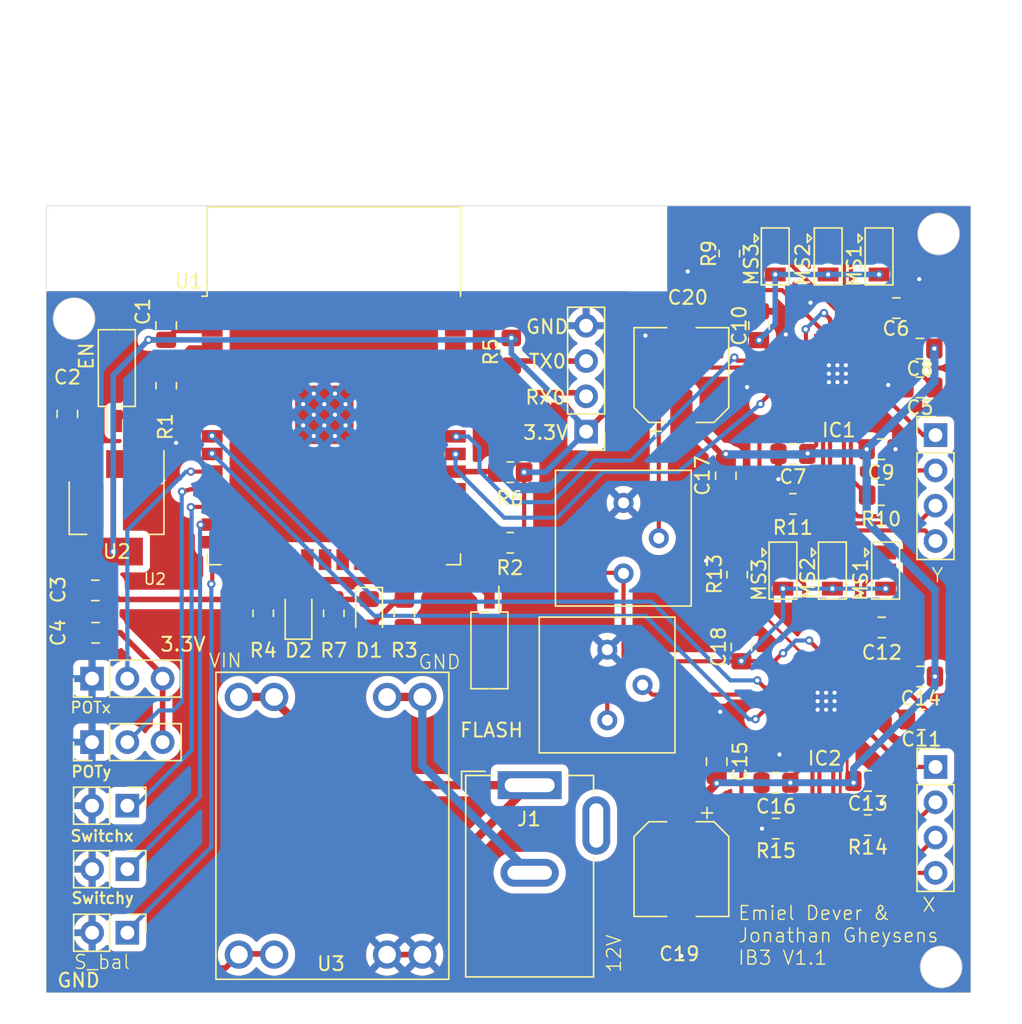
<source format=kicad_pcb>
(kicad_pcb (version 20221018) (generator pcbnew)
  (layers (0 "F.Cu" signal) (31 "B.Cu" signal) (34 "B.Paste" user) (35 "F.Paste" user) (36 "B.SilkS" user "B.Silkscreen") (37 "F.SilkS" user "F.Silkscreen") (38 "B.Mask" user) (39 "F.Mask" user) (44 "Edge.Cuts" user))
  (net 0 "")
  (net 1 "+3.3V")
  (net 2 "GND")
  (net 3 "VDD")
  (net 4 "Net-(D1-K)")
  (net 5 "GPIO2")
  (net 6 "Net-(D2-A)")
  (net 7 "RX0")
  (net 8 "TX0")
  (net 9 "Net-(IC2-CP2)")
  (net 10 "GPIO0")
  (net 11 "GPIO5")
  (net 12 "Net-(IC2-CP1)")
  (net 13 "Net-(IC2-VREG)")
  (net 14 "Net-(IC2-VCP)")
  (net 15 "MS1_1")
  (net 16 "A4")
  (net 17 "A5")
  (net 18 "A8")
  (net 19 "A9")
  (net 20 "GPIO27")
  (net 21 "GPIO14")
  (net 22 "GPIO12")
  (net 23 "GPIO13")
  (net 30 "GPIO15")
  (net 31 "GPIO4")
  (net 32 "RX2")
  (net 33 "TX2")
  (net 34 "GPIO18")
  (net 35 "GPIO19")
  (net 37 "GPIO21")
  (net 38 "GPIO22")
  (net 39 "GPIO23")
  (net 40 "Net-(IC1-OUT2B)")
  (net 41 "Net-(IC1-CP1)")
  (net 42 "Net-(IC1-CP2)")
  (net 43 "Net-(IC1-VCP)")
  (net 45 "Net-(IC1-VREG)")
  (net 46 "MS2_1")
  (net 47 "MS3_1")
  (net 48 "Net-(IC2-OUT2B)")
  (net 49 "Net-(IC1-ROSC)")
  (net 50 "Net-(IC1-REF)")
  (net 52 "Net-(IC1-OUT1B)")
  (net 53 "Vmot")
  (net 54 "Net-(IC1-SENSE1)")
  (net 55 "Net-(IC1-OUT1A)")
  (net 57 "Net-(IC1-OUT2A)")
  (net 58 "Net-(IC1-SENSE2)")
  (net 60 "Net-(IC2-ROSC)")
  (net 62 "Net-(IC2-OUT1B)")
  (net 63 "Net-(IC2-SENSE1)")
  (net 64 "Net-(IC2-OUT1A)")
  (net 66 "Net-(IC2-OUT2A)")
  (net 67 "Net-(IC2-SENSE2)")
  (net 68 "Net-(J1-Pad2)")
  (net 69 "Net-(IC2-REF)")
  (net 70 "/ESP32/EN")
  (net 75 "MS1_2")
  (net 76 "MS2_2")
  (net 77 "MS3_2")
  (footprint "Resistor_SMD:R_0805_2012Metric_Pad1.20x1.40mm_HandSolder" (layer "F.Cu") (at 163.521 90.805)
    (fp_text reference "R14")
    (fp_text value "50m")
  )
  (footprint "Resistor_SMD:R_0805_2012Metric_Pad1.20x1.40mm_HandSolder" (layer "F.Cu") (at 156.917 91.059 180)
    (fp_text reference "R15")
    (fp_text value "50m")
  )
  (footprint "Capacitor_SMD:C_0805_2012Metric_Pad1.18x1.45mm_HandSolder" (layer "F.Cu") (at 154.432 77.978 90)
    (fp_text reference "C18")
    (fp_text value "0.22uF")
  )
  (footprint "RF_Module:ESP32-WROOM-32" (layer "F.Cu") (at 125.095 62.185)
    (fp_text reference "U1")
    (fp_text value "ESP32-WROOM-32")
  )
  (footprint "Jumper:SolderJumper-3_P1.3mm_Open_Pad1.0x1.5mm" (layer "F.Cu") (at 160.6769 49.8761 -90)
    (fp_text reference "JP2" hide)
    (fp_text value "MS2")
  )
  (footprint "Capacitor_SMD:C_0805_2012Metric_Pad1.18x1.45mm_HandSolder" (layer "F.Cu") (at 105.918 61.214 90)
    (fp_text reference "C2")
    (fp_text value "10uF")
  )
  (footprint "Capacitor_SMD:C_0805_2012Metric_Pad1.18x1.45mm_HandSolder" (layer "F.Cu") (at 167.326 80.113 180)
    (fp_text reference "C14")
    (fp_text value "0.1 uF")
  )
  (footprint "Connector_PinHeader_2.54mm:PinHeader_1x03_P2.54mm_Vertical" (layer "F.Cu") (at 107.696 80.264 90)
    (fp_text reference "J8" hide)
    (fp_text value "POTx")
  )
  (footprint "Jumper:SolderJumper-3_P1.3mm_Open_Pad1.0x1.5mm" (layer "F.Cu") (at 164.811 72.487 -90)
    (fp_text reference "JP6" hide)
    (fp_text value "MS1")
  )
  (footprint "Package_TO_SOT_SMD:SOT-223-3_TabPin2" (layer "F.Cu") (at 109.46 67.97 -90)
    (fp_text reference "U2")
    (fp_text value "AMS1117-3.3")
  )
  (footprint "Library:U1584" (layer "F.Cu") (at 124.8664 101.9048 180)
    (fp_text reference "U3")
    (fp_text value "MP1584")
  )
  (footprint "Connector_PinHeader_2.54mm:PinHeader_1x04_P2.54mm_Vertical" (layer "F.Cu") (at 168.402 62.738)
    (fp_text reference "J4" hide)
    (fp_text value "Conn_01x04_Pin")
  )
  (footprint "Button_Switch_SMD:SW_DIP_SPSTx01_Slide_Copal_CHS-01B_W7.62mm_P1.27mm" (layer "F.Cu") (at 136.2964 78.232 -90)
    (fp_text reference "SW2" hide)
    (fp_text value "FLASH")
  )
  (footprint "Capacitor_SMD:C_0805_2012Metric_Pad1.18x1.45mm_HandSolder" (layer "F.Cu") (at 164.4869 63.754)
    (fp_text reference "C9")
    (fp_text value "100nF")
  )
  (footprint "Resistor_SMD:R_0805_2012Metric_Pad1.20x1.40mm_HandSolder" (layer "F.Cu") (at 113.03 59.182 90)
    (fp_text reference "R1")
    (fp_text value "10K")
  )
  (footprint "Jumper:SolderJumper-3_P1.3mm_Open_Pad1.0x1.5mm" (layer "F.Cu") (at 160.981 72.487 -90)
    (fp_text reference "JP5" hide)
    (fp_text value "MS2")
  )
  (footprint "Connector_PinHeader_2.54mm:PinHeader_1x04_P2.54mm_Vertical" (layer "F.Cu") (at 143.256 62.484 180)
    (fp_text reference "J2" hide)
    (fp_text value "Conn_01x04_Pin")
  )
  (footprint "Potentiometer_THT:Potentiometer_Bourns_3386P_Vertical" (layer "F.Cu") (at 144.78 83.2612)
    (fp_text reference "RV2" hide)
    (fp_text value "R_Potentiometer")
  )
  (footprint "Jumper:SolderJumper-3_P1.3mm_Open_Pad1.0x1.5mm" (layer "F.Cu") (at 156.8669 49.8761 -90)
    (fp_text reference "JP1" hide)
    (fp_text value "MS3")
  )
  (footprint "Jumper:SolderJumper-3_P1.3mm_Open_Pad1.0x1.5mm" (layer "F.Cu") (at 157.425 72.487 -90)
    (fp_text reference "JP4" hide)
    (fp_text value "MS3")
  )
  (footprint "Potentiometer_THT:Potentiometer_Bourns_3386P_Vertical" (layer "F.Cu") (at 145.9484 72.6948)
    (fp_text reference "RV1" hide)
    (fp_text value "R_Potentiometer")
  )
  (footprint "Resistor_SMD:R_0805_2012Metric_Pad1.20x1.40mm_HandSolder" (layer "F.Cu") (at 158.1369 67.6861 180)
    (fp_text reference "R11")
    (fp_text value "50m")
  )
  (footprint "Button_Switch_SMD:SW_DIP_SPSTx01_Slide_Copal_CHS-01B_W7.62mm_P1.27mm" (layer "F.Cu") (at 109.474 57.912 90)
    (fp_text reference "SW1" hide)
    (fp_text value "EN")
  )
  (footprint "Resistor_SMD:R_0805_2012Metric_Pad1.20x1.40mm_HandSolder" (layer "F.Cu") (at 137.795 70.485 180)
    (fp_text reference "R2")
    (fp_text value "10K")
  )
  (footprint "Resistor_SMD:R_0805_2012Metric_Pad1.20x1.40mm_HandSolder" (layer "F.Cu") (at 137.8712 56.7436 -90)
    (fp_text reference "R5")
    (fp_text value "10K")
  )
  (footprint "Resistor_SMD:R_0805_2012Metric_Pad1.20x1.40mm_HandSolder" (layer "F.Cu") (at 164.4869 67.056)
    (fp_text reference "R10")
    (fp_text value "50m")
  )
  (footprint "Connector_PinHeader_2.54mm:PinHeader_1x02_P2.54mm_Vertical" (layer "F.Cu") (at 110.236 89.408 -90)
    (fp_text reference "J7" hide)
    (fp_text value "Switchx")
  )
  (footprint "Capacitor_SMD:C_0805_2012Metric_Pad1.18x1.45mm_HandSolder" (layer "F.Cu") (at 155.702 54.864 90)
    (fp_text reference "C10")
    (fp_text value "0.22uF")
  )
  (footprint "Resistor_SMD:R_0805_2012Metric_Pad1.20x1.40mm_HandSolder" (layer "F.Cu") (at 130.175 75.565 90)
    (fp_text reference "R3")
    (fp_text value "10K")
  )
  (footprint "Resistor_SMD:R_0805_2012Metric_Pad1.20x1.40mm_HandSolder" (layer "F.Cu") (at 137.795 65.405 180)
    (fp_text reference "R6")
    (fp_text value "10K")
  )
  (footprint "Connector_PinHeader_2.54mm:PinHeader_1x02_P2.54mm_Vertical" (layer "F.Cu") (at 110.241 93.98 -90)
    (fp_text reference "J3" hide)
    (fp_text value "Switchy")
  )
  (footprint "Connector_PinHeader_2.54mm:PinHeader_1x04_P2.54mm_Vertical" (layer "F.Cu") (at 168.402 86.624)
    (fp_text reference "J6" hide)
    (fp_text value "Conn_01x04_Pin")
  )
  (footprint "Jumper:SolderJumper-3_P1.3mm_Open_Pad1.0x1.5mm" (layer "F.Cu") (at 164.338 49.8761 -90)
    (fp_text reference "JP3" hide)
    (fp_text value "MS1")
  )
  (footprint "Capacitor_SMD:CP_Elec_6.3x5.9" (layer "F.Cu") (at 150.114 93.974 -90)
    (fp_text reference "C19")
    (fp_text value "47uF")
  )
  (footprint "Capacitor_SMD:C_0805_2012Metric_Pad1.18x1.45mm_HandSolder" (layer "F.Cu") (at 167.386 83.2104 180)
    (fp_text reference "C11")
    (fp_text value "0.1u")
  )
  (footprint "Capacitor_SMD:C_0805_2012Metric_Pad1.18x1.45mm_HandSolder" (layer "F.Cu") (at 164.537 76.581)
    (fp_text reference "C12")
    (fp_text value "0.22uF")
  )
  (footprint "Capacitor_SMD:C_0805_2012Metric_Pad1.18x1.45mm_HandSolder" (layer "F.Cu") (at 156.917 87.757 180)
    (fp_text reference "C16")
    (fp_text value "100nF")
  )
  (footprint "Resistor_SMD:R_0805_2012Metric_Pad1.20x1.40mm_HandSolder" (layer "F.Cu") (at 125.095 75.565 -90)
    (fp_text reference "R7")
    (fp_text value "1K")
  )
  (footprint "Capacitor_SMD:C_0805_2012Metric_Pad1.18x1.45mm_HandSolder" (layer "F.Cu") (at 113.03 54.8425 90)
    (fp_text reference "C1")
    (fp_text value "100uF/6.3V")
  )
  (footprint "Resistor_SMD:R_0805_2012Metric_Pad1.20x1.40mm_HandSolder" (layer "F.Cu") (at 120.015 75.565 -90)
    (fp_text reference "R4")
    (fp_text value "1K")
  )
  (footprint "A4988:QFN50P500X500X100-29N" (layer "F.Cu") (at 161.3119 58.3766 180)
    (fp_text reference "IC1")
    (fp_text value "A4988SETTR-T")
  )
  (footprint "Capacitor_SMD:C_0805_2012Metric_Pad1.18x1.45mm_HandSolder" (layer "F.Cu") (at 153.3109 65.6541 90)
    (fp_text reference "C17")
    (fp_text value "4.7uF")
  )
  (footprint "Connector_PinHeader_2.54mm:PinHeader_1x02_P2.54mm_Vertical" (layer "F.Cu") (at 110.241 98.552 -90)
    (fp_text reference "J9" hide)
    (fp_text value "Switch_einde" hide)
  )
  (footprint "A4988:QFN50P500X500X100-29N" (layer "F.Cu") (at 160.546 81.915 180)
    (fp_text reference "IC2")
    (fp_text value "A4988SETTR-T")
  )
  (footprint "Connector_PinHeader_2.54mm:PinHeader_1x03_P2.54mm_Vertical" (layer "F.Cu") (at 107.696 84.836 90)
    (fp_text reference "J5" hide)
    (fp_text value "POTy")
  )
  (footprint "Resistor_SMD:R_0805_2012Metric_Pad1.20x1.40mm_HandSolder" (layer "F.Cu") (at 154.123 72.787 -90)
    (fp_text reference "R13")
    (fp_text value "25K")
  )
  (footprint "Capacitor_SMD:C_0805_2012Metric_Pad1.18x1.45mm_HandSolder" (layer "F.Cu") (at 167.2809 56.5101 180)
    (fp_text reference "C8")
    (fp_text value "0.1 uF")
  )
  (footprint "Capacitor_SMD:C_0805_2012Metric_Pad1.18x1.45mm_HandSolder" (layer "F.Cu") (at 165.5865 53.594)
    (fp_text reference "C6")
    (fp_text value "0.22uF")
  )
  (footprint "Capacitor_SMD:C_0805_2012Metric_Pad1.18x1.45mm_HandSolder" (layer "F.Cu") (at 158.1369 64.0916)
    (fp_text reference "C7")
    (fp_text value "100nF")
  )
  (footprint "LED_SMD:LED_0805_2012Metric_Pad1.15x1.40mm_HandSolder" (layer "F.Cu") (at 122.555 75.565 90)
    (fp_text reference "D2")
    (fp_text value "PWR")
  )
  (footprint "Capacitor_SMD:CP_Elec_6.3x5.9" (layer "F.Cu") (at 150.114 58.414 90)
    (fp_text reference "C20")
    (fp_text value "47uF")
  )
  (footprint "Capacitor_SMD:C_0805_2012Metric_Pad1.18x1.45mm_HandSolder" (layer "F.Cu") (at 167.2809 59.3041 180)
    (fp_text reference "C5")
    (fp_text value "0.1u")
  )
  (footprint "Capacitor_SMD:C_0805_2012Metric_Pad1.18x1.45mm_HandSolder" (layer "F.Cu") (at 152.654 86.233 -90)
    (fp_text reference "C15")
    (fp_text value "4.7uF")
  )
  (footprint "Connector_BarrelJack:BarrelJack_GCT_DCJ200-10-A_Horizontal" (layer "F.Cu") (at 139.192 87.934)
    (fp_text reference "J1")
    (fp_text value "Barrel_Jack")
  )
  (footprint "Capacitor_SMD:C_0805_2012Metric_Pad1.18x1.45mm_HandSolder" (layer "F.Cu") (at 107.95 76.962 180)
    (fp_text reference "C4")
    (fp_text value "10uF")
  )
  (footprint "Capacitor_SMD:C_0805_2012Metric_Pad1.18x1.45mm_HandSolder" (layer "F.Cu") (at 163.531 87.63 180)
    (fp_text reference "C13")
    (fp_text value "100nF")
  )
  (footprint "LED_SMD:LED_0805_2012Metric_Pad1.15x1.40mm_HandSolder" (layer "F.Cu") (at 127.635 75.565 -90)
    (fp_text reference "D1")
    (fp_text value "BLUE")
  )
  (footprint "Resistor_SMD:R_0805_2012Metric_Pad1.20x1.40mm_HandSolder" (layer "F.Cu") (at 153.5649 49.6681 -90)
    (fp_text reference "R9")
    (fp_text value "25K")
  )
  (footprint "Capacitor_SMD:C_0805_2012Metric_Pad1.18x1.45mm_HandSolder" (layer "F.Cu") (at 107.9285 73.914)
    (fp_text reference "C3")
    (fp_text value "100nF")
  )
  (gr_circle (center 168.6292 48.26) (end 170.1292 48.26) (stroke (width 0.05)) (fill none) (layer "Edge.Cuts"))
  (gr_rect (start 104.394 46.228) (end 170.942 102.87) (stroke (width 0.05)) (fill none) (layer "Edge.Cuts"))
  (gr_circle (center 168.8084 101.0172) (end 170.3084 101.0172) (stroke (width 0.05)) (fill none) (layer "Edge.Cuts"))
  (gr_circle (center 106.3992 54.356) (end 107.8992 54.356) (stroke (width 0.05)) (fill none) (layer "Edge.Cuts"))
  (gr_text "X" (at 167.386 97.1296) (layer "F.SilkS") (effects (font (size 1 1) (thickness 0.1)) (justify left bottom)))
  (gr_text "Emiel Dever &\nJonathan Gheysens\nIB3 V1.1" (at 154.1272 100.9396) (layer "F.SilkS") (effects (font (size 1 1) (thickness 0.1)) (justify left bottom)))
  (gr_text "TX0" (at 139.0396 58.0136) (layer "F.SilkS") (effects (font (size 1 1)) (justify left bottom)))
  (gr_text "S_bal" (at 106.3244 101.2444) (layer "F.SilkS") (effects (font (size 1 1) (thickness 0.1)) (justify left bottom)))
  (gr_text "GND" (at 105.1052 102.5652) (layer "F.SilkS") (effects (font (size 1 1)) (justify left bottom)))
  (gr_text "GND" (at 138.8364 55.5244) (layer "F.SilkS") (effects (font (size 1 1)) (justify left bottom)))
  (gr_text "RX0" (at 138.7856 60.6044) (layer "F.SilkS") (effects (font (size 1 1)) (justify left bottom)))
  (gr_text "GND" (at 131.1148 79.6544) (layer "F.SilkS") (effects (font (size 1 1) (thickness 0.1)) (justify left bottom)))
  (gr_text "3.3V" (at 138.6332 63.1444) (layer "F.SilkS") (effects (font (size 1 1)) (justify left bottom)))
  (gr_text "Y" (at 168.0464 73.406) (layer "F.SilkS") (effects (font (size 1 1) (thickness 0.1)) (justify left bottom)))
  (gr_text "12V" (at 145.8468 101.4984 90) (layer "F.SilkS") (effects (font (size 1 1) (thickness 0.1)) (justify left bottom)))
  (gr_text "VIN\n" (at 116.0272 79.5528) (layer "F.SilkS") (effects (font (size 1 1) (thickness 0.1)) (justify left bottom)))
  (gr_text "3.3V" (at 112.522 78.3844) (layer "F.SilkS") (effects (font (size 1 1)) (justify left bottom)))
  (segment (start 109.46 64.57) (end 113.03 61) (width 0.4) (layer "F.Cu") (net 1))
  (segment (start 108.966 73.914) (end 108.966 76.9405) (width 0.4) (layer "F.Cu") (net 1))
  (segment (start 112.776 80.264) (end 112.776 81.28) (width 0.4) (layer "F.Cu") (net 1))
  (segment (start 159.3088 77.5208) (end 160.046 78.258) (width 0.3) (layer "F.Cu") (net 1))
  (segment (start 160.8119 54.3859) (end 160.3756 53.9496) (width 0.3) (layer "F.Cu") (net 1))
  (segment (start 140.954 72.644) (end 138.795 70.485) (width 0.3) (layer "F.Cu") (net 1))
  (segment (start 156.7965 79.0155) (end 157.3768 78.4352) (width 0.3) (layer "F.Cu") (net 1))
  (segment (start 145.923 53.975) (end 147.066 52.832) (width 0.4) (layer "F.Cu") (net 1))
  (segment (start 111.76 55.88) (end 113.03 55.88) (width 0.4) (layer "F.Cu") (net 1))
  (segment (start 113.705 55.205) (end 116.345 55.205) (width 0.4) (layer "F.Cu") (net 1))
  (segment (start 159.0773 55.1405) (end 159.0548 55.118) (width 0.3) (layer "F.Cu") (net 1))
  (segment (start 159.8119 56.0266) (end 159.258 56.0266) (width 0.3) (layer "F.Cu") (net 1))
  (segment (start 145.9484 72.6948) (end 145.8976 72.644) (width 0.3) (layer "F.Cu") (net 1))
  (segment (start 113.03 61) (end 113.03 60.182) (width 0.4) (layer "F.Cu") (net 1))
  (segment (start 112.776 80.01) (end 109.728 76.962) (width 0.4) (layer "F.Cu") (net 1))
  (segment (start 112.776 81.28) (end 112.776 84.836) (width 0.4) (layer "F.Cu") (net 1))
  (segment (start 159.258 56.0266) (end 159.0773 56.2073) (width 0.3) (layer "F.Cu") (net 1))
  (segment (start 160.8119 56.0266) (end 160.8119 54.3859) (width 0.3) (layer "F.Cu") (net 1))
  (segment (start 108.966 76.9405) (end 108.9875 76.962) (width 0.4) (layer "F.Cu") (net 1))
  (segment (start 156.7965 79.0155) (end 158.196 80.415) (width 0.3) (layer "F.Cu") (net 1))
  (segment (start 160.046 78.258) (end 160.046 79.565) (width 0.3) (layer "F.Cu") (net 1))
  (segment (start 158.9619 56.8766) (end 156.6771 56.8766) (width 0.3) (layer "F.Cu") (net 1))
  (segment (start 143.256 62.484) (end 145.923 59.817) (width 0.4) (layer "F.Cu") (net 1))
  (segment (start 159.0773 56.2073) (end 159.0773 55.1405) (width 0.3) (layer "F.Cu") (net 1))
  (segment (start 145.923 59.817) (end 145.923 53.975) (width 0.4) (layer "F.Cu") (net 1))
  (segment (start 159.046 79.565) (end 157.361 79.565) (width 0.3) (layer "F.Cu") (net 1))
  (segment (start 109.46 71.12) (end 108.966 71.614) (width 0.4) (layer "F.Cu") (net 1))
  (segment (start 108.966 71.614) (end 108.966 73.914) (width 0.4) (layer "F.Cu") (net 1))
  (segment (start 109.46 64.82) (end 109.46 64.57) (width 0.4) (layer "F.Cu") (net 1))
  (segment (start 144.78 80.1839) (end 145.9484 79.0155) (width 0.3) (layer "F.Cu") (net 1))
  (segment (start 152.4 52.832) (end 155.4695 55.9015) (width 0.4) (layer "F.Cu") (net 1))
  (segment (start 144.78 83.2612) (end 144.78 80.1839) (width 0.3) (layer "F.Cu") (net 1))
  (segment (start 138.795 70.485) (end 138.795 65.405) (width 0.3) (layer "F.Cu") (net 1))
  (segment (start 109.22 71.12) (end 109.46 71.12) (width 0.4) (layer "F.Cu") (net 1))
  (segment (start 112.776 81.28) (end 112.776 80.01) (width 0.4) (layer "F.Cu") (net 1))
  (segment (start 159.0773 56.2073) (end 158.9619 56.3227) (width 0.3) (layer "F.Cu") (net 1))
  (segment (start 154.432 79.0155) (end 154.432 78.994) (width 0.2) (layer "F.Cu") (net 1))
  (segment (start 154.432 78.994) (end 156.7965 79.0155) (width 0.3) (layer "F.Cu") (net 1))
  (segment (start 147.066 52.832) (end 152.4 52.832) (width 0.4) (layer "F.Cu") (net 1))
  (segment (start 145.9484 79.0155) (end 145.9484 72.6948) (width 0.3) (layer "F.Cu") (net 1))
  (segment (start 156.6771 56.8766) (end 155.702 55.9015) (width 0.3) (layer "F.Cu") (net 1))
  (segment (start 157.3768 78.4352) (end 157.4292 78.4352) (width 0.3) (layer "F.Cu") (net 1))
  (segment (start 109.617 74.565) (end 120.015 74.565) (width 0.4) (layer "F.Cu") (net 1))
  (segment (start 154.432 79.0155) (end 145.9484 79.0155) (width 0.3) (layer "F.Cu") (net 1))
  (segment (start 113.03 55.88) (end 113.705 55.205) (width 0.4) (layer "F.Cu") (net 1))
  (segment (start 155.4695 55.9015) (end 155.702 55.9015) (width 0.4) (layer "F.Cu") (net 1))
  (segment (start 145.8976 72.644) (end 140.954 72.644) (width 0.3) (layer "F.Cu") (net 1))
  (segment (start 109.728 76.962) (end 108.9875 76.962) (width 0.4) (layer "F.Cu") (net 1))
  (segment (start 158.9619 56.3227) (end 158.9619 56.8766) (width 0.3) (layer "F.Cu") (net 1))
  (segment (start 109.22 65.06) (end 109.22 71.12) (width 0.4) (layer "F.Cu") (net 1))
  (segment (start 108.966 73.914) (end 109.617 74.565) (width 0.4) (layer "F.Cu") (net 1))
  (segment (start 157.4292 78.4352) (end 157.3784 78.4352) (width 0.3) (layer "F.Cu") (net 1))
  (via (at 159.3088 77.5208) (size 0.6) (drill 0.3) (layers "F.Cu" "B.Cu") (net 1))
  (via (at 159.0548 55.118) (size 0.6) (drill 0.3) (layers "F.Cu" "B.Cu") (net 1))
  (via (at 155.702 55.9015) (size 0.6) (drill 0.3) (layers "F.Cu" "B.Cu") (net 1))
  (via (at 160.981 73.787) (size 0.6) (drill 0.3) (layers "F.Cu" "B.Cu") (net 1))
  (via (at 138.795 65.405) (size 0.6) (drill 0.3) (layers "F.Cu" "B.Cu") (net 1))
  (via (at 160.3756 53.9496) (size 0.6) (drill 0.3) (layers "F.Cu" "B.Cu") (net 1))
  (via (at 157.425 73.787) (size 0.6) (drill 0.3) (layers "F.Cu" "B.Cu") (net 1))
  (via (at 156.8669 51.1761) (size 0.6) (drill 0.3) (layers "F.Cu" "B.Cu") (net 1))
  (via (at 154.432 78.994) (size 0.6) (drill 0.3) (layers "F.Cu" "B.Cu") (net 1))
  (via (at 164.811 73.787002) (size 0.6) (drill 0.3) (layers "F.Cu" "B.Cu") (net 1))
  (via (at 137.8712 55.7436) (size 0.6) (drill 0.3) (layers "F.Cu" "B.Cu") (net 1))
  (via (at 157.4292 78.4352) (size 0.6) (drill 0.3) (layers "F.Cu" "B.Cu") (net 1))
  (via (at 109.22 71.12) (size 0.6) (drill 0.3) (layers "F.Cu" "B.Cu") (net 1))
  (via (at 164.337998 51.1761) (size 0.6) (drill 0.3) (layers "F.Cu" "B.Cu") (net 1))
  (via (at 111.76 55.88) (size 0.6) (drill 0.3) (layers "F.Cu" "B.Cu") (net 1))
  (via (at 160.6769 51.1761) (size 0.6) (drill 0.3) (layers "F.Cu" "B.Cu") (net 1))
  (segment (start 160.2232 53.9496) (end 159.0548 55.118) (width 0.3) (layer "B.Cu") (net 1))
  (segment (start 157.425 76.001) (end 157.425 73.787) (width 0.3) (layer "B.Cu") (net 1))
  (segment (start 160.6769 51.1761) (end 164.338 51.1761) (width 0.4) (layer "B.Cu") (net 1))
  (segment (start 154.432 78.994) (end 157.425 76.001) (width 0.3) (layer "B.Cu") (net 1))
  (segment (start 137.8712 55.7436) (end 137.8712 56.8612) (width 0.4) (layer "B.Cu") (net 1))
  (segment (start 137.8712 56.8612) (end 143.256 62.246) (width 0.4) (layer "B.Cu") (net 1))
  (segment (start 160.981 73.787) (end 157.425 73.787) (width 0.3) (layer "B.Cu") (net 1))
  (segment (start 111.76 55.88) (end 109.22 58.42) (width 0.4) (layer "B.Cu") (net 1))
  (segment (start 156.8669 51.1761) (end 156.8669 54.7366) (width 0.4) (layer "B.Cu") (net 1))
  (segment (start 138.795 65.405) (end 140.335 65.405) (width 0.4) (layer "B.Cu") (net 1))
  (segment (start 140.335 65.405) (end 143.256 62.484) (width 0.4) (layer "B.Cu") (net 1))
  (segment (start 156.8669 54.7366) (end 155.702 55.9015) (width 0.4) (layer "B.Cu") (net 1))
  (segment (start 143.256 62.246) (end 143.256 62.484) (width 0.4) (layer "B.Cu") (net 1))
  (segment (start 160.6769 51.1761) (end 156.8669 51.1761) (width 0.4) (layer "B.Cu") (net 1))
  (segment (start 138.176 55.88) (end 111.76 55.88) (width 0.4) (layer "B.Cu") (net 1))
  (segment (start 158.3436 77.5208) (end 159.3088 77.5208) (width 0.3) (layer "B.Cu") (net 1))
  (segment (start 160.981 73.787) (end 164.810998 73.787) (width 0.3) (layer "B.Cu") (net 1))
  (segment (start 160.3756 53.9496) (end 160.2232 53.9496) (width 0.3) (layer "B.Cu") (net 1))
  (segment (start 157.4292 78.4352) (end 158.3436 77.5208) (width 0.3) (layer "B.Cu") (net 1))
  (segment (start 164.810998 73.787) (end 164.811 73.787002) (width 0.2) (layer "B.Cu") (net 1))
  (segment (start 109.22 58.42) (end 109.22 71.12) (width 0.4) (layer "B.Cu") (net 1))
  (segment (start 155.8795 91.0215) (end 155.917 91.059) (width 0.4) (layer "F.Cu") (net 2))
  (segment (start 158.9619 58.3766) (end 155.7454 58.3766) (width 0.3) (layer "F.Cu") (net 2))
  (segment (start 125.1775 59.75) (end 125.1775 62.8) (width 0.4) (layer "F.Cu") (net 2))
  (segment (start 160.528 82.4992) (end 159.9184 82.4992) (width 0.4064) (layer "F.Cu") (net 2))
  (segment (start 161.3408 57.7088) (end 161.9504 57.7088) (width 0.4064) (layer "F.Cu") (net 2))
  (segment (start 161.5534 82.915) (end 161.1376 82.4992) (width 0.2) (layer "F.Cu") (net 2))
  (segment (start 160.7312 58.928) (end 160.7312 58.3184) (width 0.4064) (layer "F.Cu") (net 2))
  (segment (start 164.9984 59.1312) (end 164.5674 58.8766) (width 0.3) (layer "F.Cu") (net 2))
  (segment (start 161.9504 57.7088) (end 161.9504 58.3184) (width 0.4064) (layer "F.Cu") (net 2))
  (segment (start 125.94 62.8) (end 122.89 62.8) (width 0.4) (layer "F.Cu") (net 2))
  (segment (start 161.9504 58.928) (end 161.3408 58.928) (width 0.4064) (layer "F.Cu") (net 2))
  (segment (start 155.7454 58.3766) (end 154.8384 59.2836) (width 0.3) (layer "F.Cu") (net 2))
  (segment (start 165.5244 67.0185) (end 165.4869 67.056) (width 0.4064) (layer "F.Cu") (net 2))
  (segment (start 164.9224 59.3766) (end 163.6619 59.3766) (width 0.3) (layer "F.Cu") (net 2))
  (segment (start 122.89 62.8) (end 122.89 59.75) (width 0.4) (layer "F.Cu") (net 2))
  (segment (start 161.1376 82.4992) (end 160.528 82.4992) (width 0.4064) (layer "F.Cu") (net 2))
  (segment (start 161.9504 58.3184) (end 161.9504 58.928) (width 0.4064) (layer "F.Cu") (net 2))
  (segment (start 128.9304 100.1268) (end 131.4704 100.1268) (width 0.4064) (layer "F.Cu") (net 2))
  (segment (start 161.3119 58.3766) (end 162.3119 59.3766) (width 0.2) (layer "F.Cu") (net 2))
  (segment (start 125.94 60.5125) (end 124.415 62.0375) (width 0.4) (layer "F.Cu") (net 2))
  (segment (start 158.9619 58.3766) (end 161.3119 58.3766) (width 0.2) (layer "F.Cu") (net 2))
  (segment (start 125.94 59.75) (end 125.94 62.8) (width 0.4) (layer "F.Cu") (net 2))
  (segment (start 125.94 62.0375) (end 124.415 60.5125) (width 0.4) (layer "F.Cu") (net 2))
  (segment (start 157.099 67.6482) (end 157.1369 67.6861) (width 0.4064) (layer "F.Cu") (net 2))
  (segment (start 123.6525 59.75) (end 123.6525 62.8) (width 0.4) (layer "F.Cu") (net 2))
  (segment (start 160.7312 58.3184) (end 161.3408 58.3184) (width 0.4064) (layer "F.Cu") (net 2))
  (segment (start 162.3119 59.3766) (end 163.6619 59.3766) (width 0.3) (layer "F.Cu") (net 2))
  (segment (start 122.89 59.75) (end 125.94 59.75) (width 0.4) (layer "F.Cu") (net 2))
  (segment (start 155.702 53.8265) (end 155.2741 53.8265) (width 0.4064) (layer "F.Cu") (net 2))
  (segment (start 161.3408 58.3184) (end 161.3408 58.928) (width 0.4064) (layer "F.Cu") (net 2))
  (segment (start 155.2741 53.8265) (end 154.2288 52.7812) (width 0.4064) (layer "F.Cu") (net 2))
  (segment (start 155.8795 87.757) (end 155.8795 91.0215) (width 0.4) (layer "F.Cu") (net 2))
  (segment (start 159.9184 82.4992) (end 159.9184 81.8896) (width 0.4064) (layer "F.Cu") (net 2))
  (segment (start 158.196 81.915) (end 153.6446 81.915) (width 0.3) (layer "F.Cu") (net 2))
  (segment (start 164.521 90.805) (end 164.521 89.2758) (width 0.4064) (layer "F.Cu") (net 2))
  (segment (start 164.059 71.217) (end 164.557 71.217) (width 0.2) (layer "F.Cu") (net 2))
  (segment (start 161.3408 58.928) (end 160.7312 58.928) (width 0.4064) (layer "F.Cu") (net 2))
  (segment (start 122.555 76.59) (end 125.07 76.59) (width 0.4) (layer "F.Cu") (net 2))
  (segment (start 122.89 60.5125) (end 125.1775 62.8) (width 0.4) (layer "F.Cu") (net 2))
  (segment (start 163.767 82.415) (end 164.267 82.915) (width 0.3) (layer "F.Cu") (net 2))
  (segment (start 165.5244 63.754002) (end 165.5244 67.0185) (width 0.4064) (layer "F.Cu") (net 2))
  (segment (start 125.07 76.59) (end 125.095 76.565) (width 0.4) (layer "F.Cu") (net 2))
  (segment (start 160.7312 57.7088) (end 161.3408 57.7088) (width 0.4064) (layer "F.Cu") (net 2))
  (segment (start 159.9184 81.28) (end 160.528 81.28) (width 0.4064) (layer "F.Cu") (net 2))
  (segment (start 157.099 65.913) (end 157.099 67.6482) (width 0.4064) (layer "F.Cu") (net 2))
  (segment (start 161.1376 81.28) (end 161.1376 81.8896) (width 0.4064) (layer "F.Cu") (net 2))
  (segment (start 164.5674 58.8766) (end 163.6619 58.8766) (width 0.3) (layer "F.Cu") (net 2))
  (segment (start 158.196 81.915) (end 160.546 81.915) (width 0.2) (layer "F.Cu") (net 2))
  (segment (start 160.528 81.28) (end 161.1376 81.28) (width 0.4064) (layer "F.Cu") (net 2))
  (segment (start 161.1376 81.8896) (end 161.1376 82.4992) (width 0.4064) (layer "F.Cu") (net 2))
  (segment (start 164.9984 59.1312) (end 164.9224 59.3766) (width 0.3) (layer "F.Cu") (net 2))
  (segment (start 160.528 81.8896) (end 160.528 82.4992) (width 0.4064) (layer "F.Cu") (net 2))
  (segment (start 164.267 82.915) (end 162.896 82.915) (width 0.3) (layer "F.Cu") (net 2))
  (segment (start 159.9184 81.8896) (end 160.528 81.8896) (width 0.4064) (layer "F.Cu") (net 2))
  (segment (start 164.521 89.2758) (end 164.5412 89.2556) (width 0.4064) (layer "F.Cu") (net 2))
  (segment (start 153.6446 81.915) (end 152.908 82.6516) (width 0.3) (layer "F.Cu") (net 2))
  (segment (start 162.896 82.415) (end 163.767 82.415) (width 0.3) (layer "F.Cu") (net 2))
  (segment (start 162.896 82.915) (end 161.5534 82.915) (width 0.2) (layer "F.Cu") (net 2))
  (segment (start 157.721 71.217) (end 157.171 71.217) (width 0.2) (layer "F.Cu") (net 2))
  (via (at 157.099 65.913) (size 0.6) (drill 0.3) (layers "F.Cu" "B.Cu") (net 2))
  (via (at 161.3408 57.7088) (size 0.6) (drill 0.3) (layers "F.Cu" "B.Cu") (net 2))
  (via (at 152.908 82.6516) (size 0.6) (drill 0.3) (layers "F.Cu" "B.Cu") (net 2))
  (via (at 160.528 81.8896) (size 0.6) (drill 0.3) (layers "F.Cu" "B.Cu") (net 2))
  (via (at 160.7312 58.3184) (size 0.6) (drill 0.3) (layers "F.Cu" "B.Cu") (net 2))
  (via (at 150.5712 50.9524) (size 0.6) (drill 0.3) (layers "F.Cu" "B.Cu") (net 2))
  (via (at 164.9984 59.1312) (size 0.6) (drill 0.3) (layers "F.Cu" "B.Cu") (net 2))
  (via (at 161.1376 82.4992) (size 0.6) (drill 0.3) (layers "F.Cu" "B.Cu") (net 2))
  (via (at 147.5232 55.5752) (size 0.6) (drill 0.3) (layers "F.Cu" "B.Cu") (net 2))
  (via (at 159.9184 82.4992) (size 0.6) (drill 0.3) (layers "F.Cu" "B.Cu") (net 2))
  (via (at 161.9504 57.7088) (size 0.6) (drill 0.3) (layers "F.Cu" "B.Cu") (net 2))
  (via (at 160.528 82.4992) (size 0.6) (drill 0.3) (layers "F.Cu" "B.Cu") (net 2))
  (via (at 154.8384 59.2836) (size 0.6) (drill 0.3) (layers "F.Cu" "B.Cu") (net 2))
  (via (at 157.6289 55.4941) (size 0.6) (drill 0.3) (layers "F.Cu" "B.Cu") (net 2))
  (via (at 161.3408 58.3184) (size 0.6) (drill 0.3) (layers "F.Cu" "B.Cu") (net 2))
  (via (at 150.114 100.2284) (size 0.6) (drill 0.3) (layers "F.Cu" "B.Cu") (net 2))
  (via (at 160.7312 57.7088) (size 0.6) (drill 0.3) (layers "F.Cu" "B.Cu") (net 2))
  (via (at 164.5412 89.2556) (size 0.6) (drill 0.3) (layers "F.Cu" "B.Cu") (net 2))
  (via (at 155.917 91.058998) (size 0.6) (drill 0.3) (layers "F.Cu" "B.Cu") (net 2))
  (via (at 161.1376 81.28) (size 0.6) (drill 0.3) (layers "F.Cu" "B.Cu") (net 2))
  (via (at 159.9184 81.8896) (size 0.6) (drill 0.3) (layers "F.Cu" "B.Cu") (net 2))
  (via (at 113.7412 63.2968) (size 0.6) (drill 0.3) (layers "F.Cu" "B.Cu") (net 2))
  (via (at 160.7312 58.928) (size 0.6) (drill 0.3) (layers "F.Cu" "B.Cu") (net 2))
  (via (at 161.9504 58.3184) (size 0.6) (drill 0.3) (layers "F.Cu" "B.Cu") (net 2))
  (via (at 160.528 81.28) (size 0.6) (drill 0.3) (layers "F.Cu" "B.Cu") (net 2))
  (via (at 159.4069 53.2081) (size 0.6) (drill 0.3) (layers "F.Cu" "B.Cu") (net 2))
  (via (at 151.892 71.7804) (size 0.6) (drill 0.3) (layers "F.Cu" "B.Cu") (net 2))
  (via (at 165.5244 63.754002) (size 0.6) (drill 0.3) (layers "F.Cu" "B.Cu") (net 2))
  (via (at 167.2336 51.5112) (size 0.6) (drill 0.3) (layers "F.Cu" "B.Cu") (net 2))
  (via (at 161.9504 58.928) (size 0.6) (drill 0.3) (layers "F.Cu" "B.Cu") (net 2))
  (via (at 159.9184 81.28) (size 0.6) (drill 0.3) (layers "F.Cu" "B.Cu") (net 2))
  (via (at 161.1376 81.8896) (size 0.6) (drill 0.3) (layers "F.Cu" "B.Cu") (net 2))
  (via (at 157.171 85.725) (size 0.6) (drill 0.3) (layers "F.Cu" "B.Cu") (net 2))
  (via (at 161.3408 58.928) (size 0.6) (drill 0.3) (layers "F.Cu" "B.Cu") (net 2))
  (segment (start 105.918 63.578) (end 107.16 64.82) (width 0.4064) (layer "F.Cu") (net 3))
  (segment (start 118.3132 100.076) (end 120.523 100.076) (width 0.4064) (layer "F.Cu") (net 3))
  (segment (start 105.41 100.33) (end 106.172 101.092) (width 0.4064) (layer "F.Cu") (net 3))
  (segment (start 105.918 62.2515) (end 105.918 63.578) (width 0.4064) (layer "F.Cu") (net 3))
  (segment (start 107.16 64.82) (end 105.41 66.57) (width 0.4064) (layer "F.Cu") (net 3))
  (segment (start 117.2972 101.092) (end 118.3132 100.076) (width 0.4064) (layer "F.Cu") (net 3))
  (segment (start 105.41 66.57) (end 105.41 100.33) (width 0.4064) (layer "F.Cu") (net 3))
  (segment (start 106.172 101.092) (end 117.2972 101.092) (width 0.4064) (layer "F.Cu") (net 3))
  (segment (start 125.095 74.565) (end 127.61 74.565) (width 0.4) (layer "F.Cu") (net 4))
  (segment (start 127.61 74.565) (end 127.635 74.54) (width 0.4) (layer "F.Cu") (net 4))
  (segment (start 129.66 74.565) (end 127.635 76.59) (width 0.4) (layer "F.Cu") (net 5))
  (segment (start 130.815 73.925) (end 130.815 71.695) (width 0.4) (layer "F.Cu") (net 5))
  (segment (start 130.175 74.565) (end 130.815 73.925) (width 0.4) (layer "F.Cu") (net 5))
  (segment (start 130.175 74.565) (end 129.66 74.565) (width 0.4) (layer "F.Cu") (net 5))
  (segment (start 122.04 74.54) (end 120.015 76.565) (width 0.4) (layer "F.Cu") (net 6))
  (segment (start 122.555 74.54) (end 122.04 74.54) (width 0.4) (layer "F.Cu") (net 6))
  (segment (start 143.002 59.69) (end 135.67 59.69) (width 0.4) (layer "F.Cu") (net 7))
  (segment (start 134.995 59.015) (end 133.845 59.015) (width 0.4) (layer "F.Cu") (net 7))
  (segment (start 135.67 59.69) (end 134.995 59.015) (width 0.4) (layer "F.Cu") (net 7))
  (segment (start 143.256 59.944) (end 143.002 59.69) (width 0.4) (layer "F.Cu") (net 7))
  (segment (start 137.8698 57.745) (end 138.2108 57.404) (width 0.4) (layer "F.Cu") (net 8))
  (segment (start 138.2108 57.404) (end 143.256 57.404) (width 0.4) (layer "F.Cu") (net 8))
  (segment (start 133.845 57.745) (end 137.8698 57.745) (width 0.4) (layer "F.Cu") (net 8))
  (segment (start 162.896 81.415) (end 166.6281 81.415) (width 0.3) (layer "F.Cu") (net 9))
  (segment (start 166.6281 81.415) (end 168.4235 83.2104) (width 0.3) (layer "F.Cu") (net 9))
  (segment (start 134.885 71.485) (end 135.795 71.485) (width 0.3) (layer "F.Cu") (net 10))
  (segment (start 133.845 70.445) (end 134.885 71.485) (width 0.3) (layer "F.Cu") (net 10))
  (segment (start 136.2964 74.422) (end 134.62 72.7456) (width 0.3) (layer "F.Cu") (net 10))
  (segment (start 135.795 71.485) (end 136.795 70.485) (width 0.3) (layer "F.Cu") (net 10))
  (segment (start 134.62 71.22) (end 133.845 70.445) (width 0.2) (layer "F.Cu") (net 10))
  (segment (start 134.62 72.7456) (end 134.62 71.22) (width 0.3) (layer "F.Cu") (net 10))
  (segment (start 133.845 65.365) (end 136.755 65.365) (width 0.4) (layer "F.Cu") (net 11))
  (segment (start 136.755 65.365) (end 136.795 65.405) (width 0.4) (layer "F.Cu") (net 11))
  (segment (start 165.0531 81.915) (end 166.3485 83.2104) (width 0.3) (layer "F.Cu") (net 12))
  (segment (start 162.896 81.915) (end 165.0531 81.915) (width 0.3) (layer "F.Cu") (net 12))
  (segment (start 162.046 78.0345) (end 163.4995 76.581) (width 0.3) (layer "F.Cu") (net 13))
  (segment (start 162.046 79.565) (end 162.046 78.0345) (width 0.3) (layer "F.Cu") (net 13))
  (segment (start 162.896 80.915) (end 165.4865 80.915) (width 0.3) (layer "F.Cu") (net 14))
  (segment (start 165.4865 80.915) (end 166.2885 80.113) (width 0.3) (layer "F.Cu") (net 14))
  (segment (start 163.0267 49.8761) (end 164.338 49.8761) (width 0.3) (layer "F.Cu") (net 15))
  (segment (start 162.3119 50.5909) (end 163.0267 49.8761) (width 0.3) (layer "F.Cu") (net 15))
  (segment (start 162.3119 56.0266) (end 162.3119 50.5909) (width 0.3) (layer "F.Cu") (net 15))
  (segment (start 155.575 80.391) (end 156.099 80.915) (width 0.3) (layer "F.Cu") (net 16))
  (segment (start 156.099 80.915) (end 158.196 80.915) (width 0.3) (layer "F.Cu") (net 16))
  (via (at 155.575 80.391) (size 0.6) (drill 0.3) (layers "F.Cu" "B.Cu") (net 16))
  (via (at 116.332 62.7888) (size 0.6) (drill 0.3) (layers "F.Cu" "B.Cu") (net 16))
  (segment (start 147.9804 74.7268) (end 153.6446 80.391) (width 0.3) (layer "B.Cu") (net 16))
  (segment (start 128.27 74.7268) (end 147.9804 74.7268) (width 0.3) (layer "B.Cu") (net 16))
  (segment (start 116.332 62.7888) (end 128.27 74.7268) (width 0.3) (layer "B.Cu") (net 16))
  (segment (start 153.6446 80.391) (end 155.575 80.391) (width 0.3) (layer "B.Cu") (net 16))
  (segment (start 156.218 82.415) (end 155.448 83.185) (width 0.3) (layer "F.Cu") (net 17))
  (segment (start 158.196 82.415) (end 156.218 82.415) (width 0.3) (layer "F.Cu") (net 17))
  (via (at 155.448 83.185) (size 0.6) (drill 0.3) (layers "F.Cu" "B.Cu") (net 17))
  (via (at 116.332 64.0588) (size 0.6) (drill 0.3) (layers "F.Cu" "B.Cu") (net 17))
  (segment (start 155.448 83.185) (end 154.9654 83.185) (width 0.3) (layer "B.Cu") (net 17))
  (segment (start 154.9654 83.185) (end 147.5232 75.7428) (width 0.3) (layer "B.Cu") (net 17))
  (segment (start 147.5232 75.7428) (end 128.016 75.7428) (width 0.3) (layer "B.Cu") (net 17))
  (segment (start 128.016 75.7428) (end 116.332 64.0588) (width 0.3) (layer "B.Cu") (net 17))
  (segment (start 116.345 65.365) (end 114.808 65.365) (width 0.3) (layer "F.Cu") (net 18))
  (via (at 114.807998 65.365002) (size 0.6) (drill 0.3) (layers "F.Cu" "B.Cu") (net 18))
  (segment (start 110.236 80.264) (end 110.236 69.596) (width 0.3) (layer "B.Cu") (net 18))
  (segment (start 114.720998 65.365002) (end 114.807998 65.365002) (width 0.2) (layer "B.Cu") (net 18))
  (segment (start 110.236 69.596) (end 114.466998 65.365002) (width 0.3) (layer "B.Cu") (net 18))
  (segment (start 114.466998 65.365002) (end 114.720998 65.365002) (width 0.3) (layer "B.Cu") (net 18))
  (segment (start 114.808002 66.635) (end 116.345 66.635) (width 0.3) (layer "F.Cu") (net 19))
  (segment (start 114.173 66.802) (end 114.808002 66.635) (width 0.3) (layer "F.Cu") (net 19))
  (segment (start 114.173 66.802) (end 114.808 66.635002) (width 0.3) (layer "F.Cu") (net 19))
  (via (at 114.173 66.802) (size 0.6) (drill 0.3) (layers "F.Cu" "B.Cu") (net 19))
  (segment (start 114.1476 66.8274) (end 114.173 66.802) (width 0.3) (layer "B.Cu") (net 19))
  (segment (start 114.1476 81.9404) (end 114.1476 66.8274) (width 0.3) (layer "B.Cu") (net 19))
  (segment (start 112.522 82.55) (end 113.538 82.55) (width 0.3) (layer "B.Cu") (net 19))
  (segment (start 113.538 82.55) (end 114.1476 81.9404) (width 0.3) (layer "B.Cu") (net 19))
  (segment (start 110.236 84.836) (end 112.522 82.55) (width 0.3) (layer "B.Cu") (net 19))
  (segment (start 116.345 67.905) (end 114.823866 67.905) (width 0.3) (layer "F.Cu") (net 20))
  (segment (start 114.823866 67.905) (end 114.807998 67.920868) (width 0.3) (layer "F.Cu") (net 20))
  (via (at 114.808 67.920868) (size 0.6) (drill 0.3) (layers "F.Cu" "B.Cu") (net 20))
  (segment (start 114.808 67.920868) (end 114.8588 67.971668) (width 0.3) (layer "B.Cu") (net 20))
  (segment (start 114.8588 67.971668) (end 114.8588 85.4202) (width 0.3) (layer "B.Cu") (net 20))
  (segment (start 110.871 89.408) (end 110.236 89.408) (width 0.2) (layer "B.Cu") (net 20))
  (segment (start 114.8588 85.4202) (end 110.871 89.408) (width 0.3) (layer "B.Cu") (net 20))
  (segment (start 115.522902 69.175) (end 115.508302 69.1896) (width 0.3) (layer "F.Cu") (net 21))
  (segment (start 115.5083 69.1896) (end 115.508302 69.1896) (width 0.2) (layer "F.Cu") (net 21))
  (segment (start 116.345 69.175) (end 115.522902 69.175) (width 0.3) (layer "F.Cu") (net 21))
  (via (at 115.5083 69.1896) (size 0.6) (drill 0.3) (layers "F.Cu" "B.Cu") (net 21))
  (segment (start 115.4684 88.7476) (end 115.4684 69.2295) (width 0.3) (layer "B.Cu") (net 21))
  (segment (start 110.241 93.975) (end 115.4684 88.7476) (width 0.3) (layer "B.Cu") (net 21))
  (segment (start 115.4684 69.2295) (end 115.5083 69.1896) (width 0.3) (layer "B.Cu") (net 21))
  (segment (start 110.241 93.98) (end 110.241 93.975) (width 0.2) (layer "B.Cu") (net 21))
  (segment (start 116.2812 73.4568) (end 116.345 73.393) (width 0.3) (layer "F.Cu") (net 22))
  (segment (start 116.345 73.393) (end 116.345 70.445) (width 0.3) (layer "F.Cu") (net 22))
  (via (at 116.2812 73.4568) (size 0.6) (drill 0.3) (layers "F.Cu" "B.Cu") (net 22))
  (segment (start 116.2812 73.4568) (end 116.2812 92.3798) (width 0.3) (layer "B.Cu") (net 22))
  (segment (start 116.2812 92.3798) (end 110.241 98.42) (width 0.3) (layer "B.Cu") (net 22))
  (segment (start 155.8036 60.5028) (end 155.8036 60.452) (width 0.2) (layer "F.Cu") (net 34))
  (segment (start 157.379 58.8766) (end 158.9619 58.8766) (width 0.3) (layer "F.Cu") (net 34))
  (segment (start 155.8036 60.452) (end 157.379 58.8766) (width 0.3) (layer "F.Cu") (net 34))
  (via (at 133.858 64.1096) (size 0.6) (drill 0.3) (layers "F.Cu" "B.Cu") (net 34))
  (via (at 155.8036 60.5028) (size 0.6) (drill 0.3) (layers "F.Cu" "B.Cu") (net 34))
  (segment (start 141.1732 68.6816) (end 137.3632 68.6816) (width 0.3) (layer "B.Cu") (net 34))
  (segment (start 144.4752 65.3796) (end 141.1732 68.6816) (width 0.3) (layer "B.Cu") (net 34))
  (segment (start 155.8036 60.5028) (end 149.8854 65.3796) (width 0.3) (layer "B.Cu") (net 34))
  (segment (start 149.8854 65.3796) (end 144.4752 65.3796) (width 0.3) (layer "B.Cu") (net 34))
  (segment (start 137.3632 68.6816) (end 133.858 65.1764) (width 0.3) (layer "B.Cu") (net 34))
  (segment (start 133.858 65.1764) (end 133.858 64.1096) (width 0.3) (layer "B.Cu") (net 34))
  (segment (start 154.1506 57.3766) (end 158.9619 57.3766) (width 0.3) (layer "F.Cu") (net 35))
  (segment (start 153.924 57.15) (end 154.1506 57.3766) (width 0.3) (layer "F.Cu") (net 35))
  (via (at 133.9088 62.8396) (size 0.6) (drill 0.3) (layers "F.Cu" "B.Cu") (net 35))
  (via (at 153.924 57.15) (size 0.6) (drill 0.3) (layers "F.Cu" "B.Cu") (net 35))
  (segment (start 140.8176 67.564) (end 143.8148 64.5668) (width 0.3) (layer "B.Cu") (net 35))
  (segment (start 135.5852 63.6524) (end 135.5852 65.3288) (width 0.3) (layer "B.Cu") (net 35))
  (segment (start 137.8204 67.564) (end 140.8176 67.564) (width 0.3) (layer "B.Cu") (net 35))
  (segment (start 135.5852 65.3288) (end 137.8204 67.564) (width 0.3) (layer "B.Cu") (net 35))
  (segment (start 146.5072 64.5668) (end 153.924 57.15) (width 0.3) (layer "B.Cu") (net 35))
  (segment (start 134.7724 62.8396) (end 135.5852 63.6524) (width 0.3) (layer "B.Cu") (net 35))
  (segment (start 143.8148 64.5668) (end 146.5072 64.5668) (width 0.3) (layer "B.Cu") (net 35))
  (segment (start 133.9088 62.8396) (end 134.7724 62.8396) (width 0.3) (layer "B.Cu") (net 35))
  (segment (start 167.5233 62.738) (end 168.402 62.738) (width 0.3) (layer "F.Cu") (net 40))
  (segment (start 164.6619 59.8766) (end 167.5233 62.738) (width 0.3) (layer "F.Cu") (net 40))
  (segment (start 163.6619 59.8766) (end 164.6619 59.8766) (width 0.3) (layer "F.Cu") (net 40))
  (segment (start 166.2434 59.3041) (end 165.3159 58.3766) (width 0.3) (layer "F.Cu") (net 41))
  (segment (start 165.3159 58.3766) (end 163.6619 58.3766) (width 0.3) (layer "F.Cu") (net 41))
  (segment (start 163.6619 57.8766) (end 166.8909 57.8766) (width 0.3) (layer "F.Cu") (net 42))
  (segment (start 166.8909 57.8766) (end 168.3184 59.3041) (width 0.3) (layer "F.Cu") (net 42))
  (segment (start 165.7569 56.5101) (end 166.2434 56.5101) (width 0.2) (layer "F.Cu") (net 43))
  (segment (start 163.6619 57.3766) (end 164.8904 57.3766) (width 0.3) (layer "F.Cu") (net 43))
  (segment (start 164.8904 57.3766) (end 165.7569 56.5101) (width 0.3) (layer "F.Cu") (net 43))
  (segment (start 163.1539 56.0266) (end 164.549 54.6315) (width 0.3) (layer "F.Cu") (net 45))
  (segment (start 164.549 54.6315) (end 164.549 53.594) (width 0.3) (layer "F.Cu") (net 45))
  (segment (start 162.8119 56.0266) (end 163.1539 56.0266) (width 0.2) (layer "F.Cu") (net 45))
  (segment (start 161.2269 49.8761) (end 160.6769 49.8761) (width 0.2) (layer "F.Cu") (net 46))
  (segment (start 161.8119 50.4611) (end 161.2269 49.8761) (width 0.3) (layer "F.Cu") (net 46))
  (segment (start 161.8119 56.0266) (end 161.8119 50.4611) (width 0.3) (layer "F.Cu") (net 46))
  (segment (start 161.3119 53.7711) (end 157.4169 49.8761) (width 0.3) (layer "F.Cu") (net 47))
  (segment (start 157.4169 49.8761) (end 156.8669 49.8761) (width 0.2) (layer "F.Cu") (net 47))
  (segment (start 161.3119 56.0266) (end 161.3119 53.7711) (width 0.3) (layer "F.Cu") (net 47))
  (segment (start 162.896 83.415) (end 166.105 86.624) (width 0.3) (layer "F.Cu") (net 48))
  (segment (start 166.105 86.624) (end 168.402 86.624) (width 0.3) (layer "F.Cu") (net 48))
  (segment (start 155.451399 52.300599) (end 157.360899 52.300599) (width 0.3) (layer "F.Cu") (net 49))
  (segment (start 157.360899 52.300599) (end 160.3119 55.2516) (width 0.3) (layer "F.Cu") (net 49))
  (segment (start 160.3119 55.2516) (end 160.3119 56.0266) (width 0.3) (layer "F.Cu") (net 49))
  (segment (start 153.8189 50.6681) (end 155.451399 52.300599) (width 0.3) (layer "F.Cu") (net 49))
  (segment (start 153.5649 50.6681) (end 153.8189 50.6681) (width 0.2) (layer "F.Cu") (net 49))
  (segment (start 148.4884 59.1566) (end 148.4884 70.1548) (width 0.3) (layer "F.Cu") (net 50))
  (segment (start 149.7684 57.8766) (end 148.4884 59.1566) (width 0.3) (layer "F.Cu") (net 50))
  (segment (start 158.9619 57.8766) (end 149.7684 57.8766) (width 0.3) (layer "F.Cu") (net 50))
  (segment (start 158.9619 59.8766) (end 155.7319 63.1066) (width 0.3) (layer "F.Cu") (net 52))
  (segment (start 157.1244 69.596) (end 167.64 69.596) (width 0.3) (layer "F.Cu") (net 52))
  (segment (start 167.64 69.596) (end 168.402 70.358) (width 0.3) (layer "F.Cu") (net 52))
  (segment (start 155.7319 63.1066) (end 155.7319 68.2035) (width 0.3) (layer "F.Cu") (net 52))
  (segment (start 155.7319 68.2035) (end 157.1244 69.596) (width 0.3) (layer "F.Cu") (net 52))
  (segment (start 150.114 61.214) (end 152.9916 64.0916) (width 0.4064) (layer "F.Cu") (net 53))
  (segment (start 159.8119 60.7266) (end 159.8119 63.4541) (width 0.3) (layer "F.Cu") (net 53))
  (segment (start 159.2121 64.0539) (end 159.2037 64.0539) (width 0.2) (layer "F.Cu") (net 53))
  (segment (start 162.8119 63.1165) (end 162.8119 60.7266) (width 0.3) (layer "F.Cu") (net 53))
  (segment (start 159.2037 64.0623) (end 159.1744 64.0916) (width 0.2) (layer "F.Cu") (net 53))
  (segment (start 152.9916 64.0916) (end 153.3109 64.0916) (width 0.4064) (layer "F.Cu") (net 53))
  (segment (start 139.192 87.934) (end 134.112 93.014) (width 0.6) (layer "F.Cu") (net 53))
  (segment (start 162.505 87.757) (end 162.4935 87.63) (width 0.2) (layer "F.Cu") (net 53))
  (segment (start 157.7005 87.757) (end 157.9545 87.757) (width 0.2) (layer "F.Cu") (net 53))
  (segment (start 157.679 87.7785) (end 157.7005 87.757) (width 0.2) (layer "F.Cu") (net 53))
  (segment (start 150.114 91.174) (end 150.114 90.3355) (width 0.6) (layer "F.Cu") (net 53))
  (segment (start 144.006 97.282) (end 150.114 91.174) (width 0.6) (layer "F.Cu") (net 53))
  (segment (start 163.4709 64.1131) (end 163.4494 64.0916) (width 0.2) (layer "F.Cu") (net 53))
  (segment (start 157.9545 87.757) (end 157.679 87.7785) (width 0.2) (layer "F.Cu") (net 53))
  (segment (start 150.114 90.3355) (end 152.654 87.7955) (width 0.6) (layer "F.Cu") (net 53))
  (segment (start 159.046 86.4115) (end 157.7005 87.757) (width 0.3) (layer "F.Cu") (net 53))
  (segment (start 163.4494 63.754) (end 163.4709 64.1131) (width 0.2) (layer "F.Cu") (net 53))
  (segment (start 118.2624 81.5848) (end 120.5738 81.5848) (width 0.6) (layer "F.Cu") (net 53))
  (segment (start 134.112 96.52) (end 134.874 97.282) (width 0.6) (layer "F.Cu") (net 53))
  (segment (start 159.2037 64.0539) (end 159.2037 64.0623) (width 0.2) (layer "F.Cu") (net 53))
  (segment (start 159.8119 63.4541) (end 159.2121 64.0539) (width 0.3) (layer "F.Cu") (net 53))
  (segment (start 120.5738 81.5848) (end 126.923 87.934) (width 0.6) (layer "F.Cu") (net 53))
  (segment (start 163.4494 63.754) (end 162.8119 63.1165) (width 0.3) (layer "F.Cu") (net 53))
  (segment (start 162.046 84.265) (end 162.046 87.1825) (width 0.2) (layer "F.Cu") (net 53))
  (segment (start 134.112 93.014) (end 134.112 96.52) (width 0.6) (layer "F.Cu") (net 53))
  (segment (start 126.923 87.934) (end 139.192 87.934) (width 0.6) (layer "F.Cu") (net 53))
  (segment (start 159.046 84.265) (end 159.046 86.4115) (width 0.3) (layer "F.Cu") (net 53))
  (segment (start 134.874 97.282) (end 144.006 97.282) (width 0.6) (layer "F.Cu") (net 53))
  (segment (start 162.046 87.1825) (end 162.505 87.757) (width 0.2) (layer "F.Cu") (net 53))
  (via (at 152.654 87.7955) (size 0.6) (drill 0.3) (layers "F.Cu" "B.Cu") (net 53))
  (via (at 163.4494 63.754) (size 0.6) (drill 0.3) (layers "F.Cu" "B.Cu") (net 53))
  (via (at 168.3184 56.5101) (size 0.6) (drill 0.3) (layers "F.Cu" "B.Cu") (net 53))
  (via (at 153.3109 64.0916) (size 0.6) (drill 0.3) (layers "F.Cu" "B.Cu") (net 53))
  (via (at 159.2037 64.0539) (size 0.6) (drill 0.3) (layers "F.Cu" "B.Cu") (net 53))
  (via (at 168.363502 80.113) (size 0.6) (drill 0.3) (layers "F.Cu" "B.Cu") (net 53))
  (via (at 162.505 87.757) (size 0.6) (drill 0.3) (layers "F.Cu" "B.Cu") (net 53))
  (via (at 157.9545 87.757) (size 0.6) (drill 0.3) (layers "F.Cu" "B.Cu") (net 53))
  (segment (start 157.9545 87.757) (end 162.505 87.757) (width 0.5) (layer "B.Cu") (net 53))
  (segment (start 163.4494 63.754) (end 168.3184 58.885) (width 0.6) (layer "B.Cu") (net 53))
  (segment (start 163.4494 68.9614) (end 163.4494 63.754) (width 0.6) (layer "B.Cu") (net 53))
  (segment (start 168.363502 80.874998) (end 168.363502 80.113) (width 0.5) (layer "B.Cu") (net 53))
  (segment (start 152.6925 87.757) (end 152.654 87.7955) (width 0.4) (layer "B.Cu") (net 53))
  (segment (start 153.3109 64.0916) (end 153.3494 64.1301) (width 0.2) (layer "B.Cu") (net 53))
  (segment (start 168.363502 73.875502) (end 163.4494 68.9614) (width 0.6) (layer "B.Cu") (net 53))
  (segment (start 159.1275 64.1301) (end 159.2037 64.0539) (width 0.2) (layer "B.Cu") (net 53))
  (segment (start 168.3184 58.885) (end 168.3184 56.5101) (width 0.6) (layer "B.Cu") (net 53))
  (segment (start 153.3494 64.1301) (end 159.1275 64.1301) (width 0.6) (layer "B.Cu") (net 53))
  (segment (start 162.505 86.7335) (end 168.363502 80.874998) (width 0.5) (layer "B.Cu") (net 53))
  (segment (start 157.9545 87.757) (end 152.6925 87.757) (width 0.5) (layer "B.Cu") (net 53))
  (segment (start 163.4494 63.754) (end 163.2931 64.0539) (width 0.2) (layer "B.Cu") (net 53))
  (segment (start 163.2931 64.0539) (end 159.2037 64.0539) (width 0.6) (layer "B.Cu") (net 53))
  (segment (start 162.505 87.757) (end 162.505 86.7335) (width 0.5) (layer "B.Cu") (net 53))
  (segment (start 168.363502 80.113) (end 168.363502 73.875502) (width 0.5) (layer "B.Cu") (net 53))
  (segment (start 160.3119 60.7266) (end 160.3119 66.5111) (width 0.3) (layer "F.Cu") (net 54))
  (segment (start 160.3119 66.5111) (end 159.1369 67.6861) (width 0.3) (layer "F.Cu") (net 54))
  (segment (start 160.8119 67.5939) (end 162.306 69.088) (width 0.3) (layer "F.Cu") (net 55))
  (segment (start 162.306 69.088) (end 167.132 69.088) (width 0.3) (layer "F.Cu") (net 55))
  (segment (start 167.132 69.088) (end 168.402 67.818) (width 0.3) (layer "F.Cu") (net 55))
  (segment (start 160.8119 60.7266) (end 160.8119 67.5939) (width 0.3) (layer "F.Cu") (net 55))
  (segment (start 161.8119 67.5779) (end 162.814 68.58) (width 0.3) (layer "F.Cu") (net 57))
  (segment (start 162.814 68.58) (end 166.37 68.58) (width 0.3) (layer "F.Cu") (net 57))
  (segment (start 166.37 68.58) (end 166.878 68.072) (width 0.3) (layer "F.Cu") (net 57))
  (segment (start 166.878 65.532) (end 167.132 65.278) (width 0.3) (layer "F.Cu") (net 57))
  (segment (start 166.878 68.072) (end 166.878 65.532) (width 0.3) (layer "F.Cu") (net 57))
  (segment (start 161.8119 60.7266) (end 161.8119 67.5779) (width 0.3) (layer "F.Cu") (net 57))
  (segment (start 167.132 65.278) (end 168.402 65.278) (width 0.3) (layer "F.Cu") (net 57))
  (segment (start 162.3119 60.7266) (end 162.3119 65.881) (width 0.3) (layer "F.Cu") (net 58))
  (segment (start 162.3119 65.881) (end 163.4869 67.056) (width 0.3) (layer "F.Cu") (net 58))
  (segment (start 159.126 78.79) (end 159.396 78.79) (width 0.2) (layer "F.Cu") (net 60))
  (segment (start 154.123 73.787) (end 159.126 78.79) (width 0.2) (layer "F.Cu") (net 60))
  (segment (start 159.396 78.79) (end 159.546 78.94) (width 0.2) (layer "F.Cu") (net 60))
  (segment (start 159.546 78.94) (end 159.546 79.565) (width 0.2) (layer "F.Cu") (net 60))
  (segment (start 157.703 83.415) (end 158.196 83.415) (width 0.3) (layer "F.Cu") (net 62))
  (segment (start 168.402 94.244) (end 156.474 94.244) (width 0.3) (layer "F.Cu") (net 62))
  (segment (start 154.432 92.202) (end 154.432 86.686) (width 0.3) (layer "F.Cu") (net 62))
  (segment (start 156.474 94.244) (end 154.432 92.202) (width 0.3) (layer "F.Cu") (net 62))
  (segment (start 154.432 86.686) (end 157.703 83.415) (width 0.3) (layer "F.Cu") (net 62))
  (segment (start 159.546 89.43) (end 158.176 90.8) (width 0.3) (layer "F.Cu") (net 63))
  (segment (start 159.546 84.265) (end 159.546 89.43) (width 0.3) (layer "F.Cu") (net 63))
  (segment (start 160.046 92.99) (end 160.046 84.265) (width 0.3) (layer "F.Cu") (net 64))
  (segment (start 166.634 93.472) (end 160.528 93.472) (width 0.3) (layer "F.Cu") (net 64))
  (segment (start 160.528 93.472) (end 160.046 92.99) (width 0.3) (layer "F.Cu") (net 64))
  (segment (start 168.402 91.704) (end 166.634 93.472) (width 0.3) (layer "F.Cu") (net 64))
  (segment (start 165.862 92.202) (end 165.862 91.704) (width 0.3) (layer "F.Cu") (net 66))
  (segment (start 161.046 84.265) (end 161.046 91.704) (width 0.3) (layer "F.Cu") (net 66))
  (segment (start 161.046 91.704) (end 161.798 92.456) (width 0.3) (layer "F.Cu") (net 66))
  (segment (start 165.608 92.456) (end 165.862 92.202) (width 0.3) (layer "F.Cu") (net 66))
  (segment (start 161.798 92.456) (end 165.608 92.456) (width 0.3) (layer "F.Cu") (net 66))
  (segment (start 165.862 91.704) (end 168.402 89.164) (width 0.3) (layer "F.Cu") (net 66))
  (segment (start 161.546 84.265) (end 161.546 89.83) (width 0.2) (layer "F.Cu") (net 67))
  (segment (start 161.546 89.83) (end 162.521 90.805) (width 0.2) (layer "F.Cu") (net 67))
  (segment (start 131.4704 81.5848) (end 128.9304 81.5848) (width 0.6) (layer "F.Cu") (net 68))
  (segment (start 131.4704 86.5124) (end 139.192 94.234) (width 0.6) (layer "B.Cu") (net 68))
  (segment (start 131.4704 81.5848) (end 131.4704 86.5124) (width 0.6) (layer "B.Cu") (net 68))
  (segment (start 148.0138 81.415) (end 147.472401 80.873601) (width 0.3) (layer "F.Cu") (net 69))
  (segment (start 158.196 81.415) (end 148.0138 81.415) (width 0.3) (layer "F.Cu") (net 69))
  (segment (start 114.737 56.475) (end 116.345 56.475) (width 0.4) (layer "F.Cu") (net 70))
  (segment (start 113.03 58.182) (end 114.737 56.475) (width 0.4) (layer "F.Cu") (net 70))
  (segment (start 113.014 58.182) (end 109.474 61.722) (width 0.4) (layer "F.Cu") (net 70))
  (segment (start 113.03 58.182) (end 113.014 58.182) (width 0.4) (layer "F.Cu") (net 70))
  (segment (start 163.267 73.481) (end 164.261 72.487) (width 0.3) (layer "F.Cu") (net 75))
  (segment (start 163.267 74.803) (end 163.267 73.481) (width 0.3) (layer "F.Cu") (net 75))
  (segment (start 161.546 76.524) (end 163.267 74.803) (width 0.3) (layer "F.Cu") (net 75))
  (segment (start 161.546 79.565) (end 161.546 76.524) (width 0.3) (layer "F.Cu") (net 75))
  (segment (start 164.261 72.487) (end 164.811 72.487) (width 0.2) (layer "F.Cu") (net 75))
  (segment (start 162.759 74.295) (end 162.759 73.315) (width 0.3) (layer "F.Cu") (net 76))
  (segment (start 161.046 79.565) (end 161.046 76.008) (width 0.3) (layer "F.Cu") (net 76))
  (segment (start 162.759 73.315) (end 161.931 72.487) (width 0.3) (layer "F.Cu") (net 76))
  (segment (start 161.046 76.008) (end 162.759 74.295) (width 0.3) (layer "F.Cu") (net 76))
  (segment (start 161.931 72.487) (end 160.981 72.487) (width 0.3) (layer "F.Cu") (net 76))
  (segment (start 157.975 72.487) (end 157.425 72.487) (width 0.2) (layer "F.Cu") (net 77))
  (segment (start 158.949 73.461) (end 157.975 72.487) (width 0.3) (layer "F.Cu") (net 77))
  (segment (start 160.546 77.162) (end 158.949 75.565) (width 0.3) (layer "F.Cu") (net 77))
  (segment (start 160.546 79.565) (end 160.546 77.162) (width 0.3) (layer "F.Cu") (net 77))
  (segment (start 158.949 75.565) (end 158.949 73.461) (width 0.3) (layer "F.Cu") (net 77))
  (zone (net 2) (net_name "GND") (layers "F&B.Cu") (connect_pads (clearance 0.5)) (min_thickness 0.25) (fill yes (thermal_gap 0.5) (thermal_bridge_width 0.5))
    (polygon (pts (xy 104.394 46.228) (xy 104.394 102.87) (xy 170.942 102.87) (xy 170.942 46.228)))
  )
)
</source>
